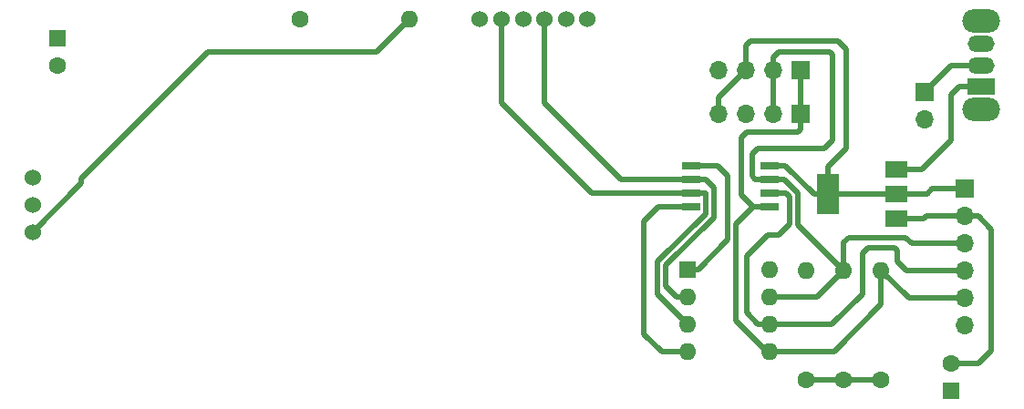
<source format=gbr>
%TF.GenerationSoftware,KiCad,Pcbnew,(5.1.9-0-10_14)*%
%TF.CreationDate,2021-08-25T11:23:16+08:00*%
%TF.ProjectId,v1,76312e6b-6963-4616-945f-706362585858,rev?*%
%TF.SameCoordinates,Original*%
%TF.FileFunction,Copper,L1,Top*%
%TF.FilePolarity,Positive*%
%FSLAX46Y46*%
G04 Gerber Fmt 4.6, Leading zero omitted, Abs format (unit mm)*
G04 Created by KiCad (PCBNEW (5.1.9-0-10_14)) date 2021-08-25 11:23:16*
%MOMM*%
%LPD*%
G01*
G04 APERTURE LIST*
%TA.AperFunction,ComponentPad*%
%ADD10O,1.700000X1.700000*%
%TD*%
%TA.AperFunction,ComponentPad*%
%ADD11R,1.700000X1.700000*%
%TD*%
%TA.AperFunction,ComponentPad*%
%ADD12C,1.524000*%
%TD*%
%TA.AperFunction,ComponentPad*%
%ADD13O,1.600000X1.600000*%
%TD*%
%TA.AperFunction,ComponentPad*%
%ADD14R,1.600000X1.600000*%
%TD*%
%TA.AperFunction,SMDPad,CuDef*%
%ADD15R,1.700000X0.650000*%
%TD*%
%TA.AperFunction,ComponentPad*%
%ADD16O,3.500000X2.200000*%
%TD*%
%TA.AperFunction,ComponentPad*%
%ADD17O,2.500000X1.500000*%
%TD*%
%TA.AperFunction,ComponentPad*%
%ADD18R,2.500000X1.500000*%
%TD*%
%TA.AperFunction,ComponentPad*%
%ADD19C,1.600000*%
%TD*%
%TA.AperFunction,SMDPad,CuDef*%
%ADD20R,2.000000X1.500000*%
%TD*%
%TA.AperFunction,SMDPad,CuDef*%
%ADD21R,2.000000X3.800000*%
%TD*%
%TA.AperFunction,Conductor*%
%ADD22C,0.500000*%
%TD*%
G04 APERTURE END LIST*
D10*
%TO.P,J3,4*%
%TO.N,GND*%
X169630000Y-80000000D03*
%TO.P,J3,3*%
%TO.N,+5V*%
X172170000Y-80000000D03*
%TO.P,J3,2*%
%TO.N,/SCL*%
X174710000Y-80000000D03*
D11*
%TO.P,J3,1*%
%TO.N,/SDA*%
X177250000Y-80000000D03*
%TD*%
D12*
%TO.P,M1,3*%
%TO.N,GND*%
X105960000Y-89920000D03*
%TO.P,M1,2*%
%TO.N,/MISO*%
X105960000Y-92460000D03*
%TO.P,M1,1*%
%TO.N,+5V*%
X105960000Y-95000000D03*
%TD*%
D13*
%TO.P,U4,8*%
%TO.N,+5V*%
X174370000Y-98500000D03*
%TO.P,U4,4*%
%TO.N,GND*%
X166750000Y-106120000D03*
%TO.P,U4,7*%
%TO.N,/SCL*%
X174370000Y-101040000D03*
%TO.P,U4,3*%
%TO.N,/PB4*%
X166750000Y-103580000D03*
%TO.P,U4,6*%
%TO.N,/MISO*%
X174370000Y-103580000D03*
%TO.P,U4,2*%
%TO.N,/PB3*%
X166750000Y-101040000D03*
%TO.P,U4,5*%
%TO.N,/SDA*%
X174370000Y-106120000D03*
D14*
%TO.P,U4,1*%
%TO.N,/RST*%
X166750000Y-98500000D03*
%TD*%
D15*
%TO.P,U3,8*%
%TO.N,+5V*%
X174400000Y-88845000D03*
%TO.P,U3,7*%
%TO.N,/SCL*%
X174400000Y-90115000D03*
%TO.P,U3,6*%
%TO.N,/MISO*%
X174400000Y-91385000D03*
%TO.P,U3,5*%
%TO.N,/SDA*%
X174400000Y-92655000D03*
%TO.P,U3,4*%
%TO.N,GND*%
X167100000Y-92655000D03*
%TO.P,U3,3*%
%TO.N,/PB4*%
X167100000Y-91385000D03*
%TO.P,U3,2*%
%TO.N,/PB3*%
X167100000Y-90115000D03*
%TO.P,U3,1*%
%TO.N,/RST*%
X167100000Y-88845000D03*
%TD*%
D16*
%TO.P,SW1,*%
%TO.N,*%
X194000000Y-75400000D03*
X194000000Y-83600000D03*
D17*
%TO.P,SW1,3*%
%TO.N,N/C*%
X194000000Y-77500000D03*
%TO.P,SW1,2*%
%TO.N,Net-(J1-Pad1)*%
X194000000Y-79500000D03*
D18*
%TO.P,SW1,1*%
%TO.N,Net-(SW1-Pad1)*%
X194000000Y-81500000D03*
%TD*%
D13*
%TO.P,R3,2*%
%TO.N,/RST*%
X177750000Y-98590000D03*
D19*
%TO.P,R3,1*%
%TO.N,+5V*%
X177750000Y-108750000D03*
%TD*%
D13*
%TO.P,R2,2*%
%TO.N,/SDA*%
X184750000Y-98590000D03*
D19*
%TO.P,R2,1*%
%TO.N,+5V*%
X184750000Y-108750000D03*
%TD*%
D13*
%TO.P,R1,2*%
%TO.N,/SCL*%
X181250000Y-98590000D03*
D19*
%TO.P,R1,1*%
%TO.N,+5V*%
X181250000Y-108750000D03*
%TD*%
D10*
%TO.P,J4,4*%
%TO.N,+5V*%
X169630000Y-84000000D03*
%TO.P,J4,3*%
%TO.N,GND*%
X172170000Y-84000000D03*
%TO.P,J4,2*%
%TO.N,/SCL*%
X174710000Y-84000000D03*
D11*
%TO.P,J4,1*%
%TO.N,/SDA*%
X177250000Y-84000000D03*
%TD*%
D12*
%TO.P,M2,6*%
%TO.N,+5V*%
X147500000Y-75250000D03*
%TO.P,M2,5*%
%TO.N,/PB4*%
X149500000Y-75250000D03*
%TO.P,M2,4*%
%TO.N,GND*%
X151500000Y-75250000D03*
%TO.P,M2,3*%
%TO.N,/PB3*%
X153500000Y-75250000D03*
%TO.P,M2,2*%
%TO.N,GND*%
X155500000Y-75250000D03*
%TO.P,M2,1*%
%TO.N,Net-(C2-Pad1)*%
X157500000Y-75250000D03*
%TD*%
D20*
%TO.P,U1,1*%
%TO.N,GND*%
X186150000Y-93800000D03*
%TO.P,U1,3*%
%TO.N,Net-(SW1-Pad1)*%
X186150000Y-89200000D03*
%TO.P,U1,2*%
%TO.N,+5V*%
X186150000Y-91500000D03*
D21*
X179850000Y-91500000D03*
%TD*%
D13*
%TO.P,R4,2*%
%TO.N,+5V*%
X140910000Y-75250000D03*
D19*
%TO.P,R4,1*%
%TO.N,Net-(C2-Pad1)*%
X130750000Y-75250000D03*
%TD*%
D10*
%TO.P,J2,6*%
%TO.N,/RST*%
X192500000Y-103700000D03*
%TO.P,J2,5*%
%TO.N,/SDA*%
X192500000Y-101160000D03*
%TO.P,J2,4*%
%TO.N,/MISO*%
X192500000Y-98620000D03*
%TO.P,J2,3*%
%TO.N,/SCL*%
X192500000Y-96080000D03*
%TO.P,J2,2*%
%TO.N,GND*%
X192500000Y-93540000D03*
D11*
%TO.P,J2,1*%
%TO.N,+5V*%
X192500000Y-91000000D03*
%TD*%
D10*
%TO.P,J1,2*%
%TO.N,GND*%
X188750000Y-84540000D03*
D11*
%TO.P,J1,1*%
%TO.N,Net-(J1-Pad1)*%
X188750000Y-82000000D03*
%TD*%
D19*
%TO.P,C2,2*%
%TO.N,GND*%
X108250000Y-79500000D03*
D14*
%TO.P,C2,1*%
%TO.N,Net-(C2-Pad1)*%
X108250000Y-77000000D03*
%TD*%
D19*
%TO.P,C1,2*%
%TO.N,GND*%
X191250000Y-107250000D03*
D14*
%TO.P,C1,1*%
%TO.N,+5V*%
X191250000Y-109750000D03*
%TD*%
D22*
%TO.N,GND*%
X192500000Y-93540000D02*
X188960000Y-93540000D01*
X188700000Y-93800000D02*
X186150000Y-93800000D01*
X188960000Y-93540000D02*
X188700000Y-93800000D01*
X167100000Y-92655000D02*
X164095000Y-92655000D01*
X164095000Y-92655000D02*
X162750000Y-94000000D01*
X162750000Y-94000000D02*
X162750000Y-104500000D01*
X164370000Y-106120000D02*
X162750000Y-104500000D01*
X166750000Y-106120000D02*
X164370000Y-106120000D01*
X191250000Y-107250000D02*
X193750000Y-107250000D01*
X193750000Y-107250000D02*
X195000000Y-106000000D01*
X195000000Y-106000000D02*
X195000000Y-94750000D01*
X193790000Y-93540000D02*
X192500000Y-93540000D01*
X195000000Y-94750000D02*
X193790000Y-93540000D01*
%TO.N,+5V*%
X179850000Y-91500000D02*
X186150000Y-91500000D01*
X186150000Y-91500000D02*
X189000000Y-91500000D01*
X189500000Y-91000000D02*
X192500000Y-91000000D01*
X189000000Y-91500000D02*
X189500000Y-91000000D01*
X174400000Y-88845000D02*
X175845000Y-88845000D01*
X178500000Y-91500000D02*
X179850000Y-91500000D01*
X175845000Y-88845000D02*
X178500000Y-91500000D01*
X177750000Y-108750000D02*
X184750000Y-108750000D01*
X179750000Y-91400000D02*
X179850000Y-91500000D01*
X105960000Y-95000000D02*
X110460000Y-90500000D01*
X110460000Y-90500000D02*
X110460000Y-90040000D01*
X110460000Y-90040000D02*
X122250000Y-78250000D01*
X137910000Y-78250000D02*
X140910000Y-75250000D01*
X122250000Y-78250000D02*
X137910000Y-78250000D01*
X169630000Y-82540000D02*
X172170000Y-80000000D01*
X169630000Y-84000000D02*
X169630000Y-82540000D01*
X179850000Y-88900000D02*
X179850000Y-91500000D01*
X172170000Y-80000000D02*
X172170000Y-77670000D01*
X172170000Y-77670000D02*
X172590000Y-77250000D01*
X172590000Y-77250000D02*
X180750000Y-77250000D01*
X180750000Y-77250000D02*
X181500000Y-78000000D01*
X181500000Y-87250000D02*
X179850000Y-88900000D01*
X181500000Y-78000000D02*
X181500000Y-87250000D01*
%TO.N,Net-(J1-Pad1)*%
X191250000Y-79500000D02*
X188750000Y-82000000D01*
X194000000Y-79500000D02*
X191250000Y-79500000D01*
%TO.N,/RST*%
X166750000Y-98500000D02*
X167750000Y-98500000D01*
X167750000Y-98500000D02*
X170500000Y-95750000D01*
X170500000Y-95750000D02*
X170500000Y-89750000D01*
X169595000Y-88845000D02*
X167100000Y-88845000D01*
X170500000Y-89750000D02*
X169595000Y-88845000D01*
%TO.N,/SDA*%
X174370000Y-106120000D02*
X180380000Y-106120000D01*
X184750000Y-101750000D02*
X184750000Y-98590000D01*
X180380000Y-106120000D02*
X184750000Y-101750000D01*
X187320000Y-101160000D02*
X184750000Y-98590000D01*
X192500000Y-101160000D02*
X187320000Y-101160000D01*
X174400000Y-92655000D02*
X172845000Y-92655000D01*
X172845000Y-92655000D02*
X171250000Y-94250000D01*
X171250000Y-94250000D02*
X171250000Y-103250000D01*
X174120000Y-106120000D02*
X174370000Y-106120000D01*
X171250000Y-103250000D02*
X174120000Y-106120000D01*
X177250000Y-84000000D02*
X177250000Y-80000000D01*
X171750000Y-91560000D02*
X172845000Y-92655000D01*
X172250000Y-85750000D02*
X171750000Y-86250000D01*
X171750000Y-86250000D02*
X171750000Y-91560000D01*
X177000000Y-85750000D02*
X172250000Y-85750000D01*
X177250000Y-85500000D02*
X177000000Y-85750000D01*
X177250000Y-84000000D02*
X177250000Y-85500000D01*
%TO.N,/MISO*%
X176250000Y-91750000D02*
X175885000Y-91385000D01*
X176250000Y-94250000D02*
X176250000Y-91750000D01*
X175885000Y-91385000D02*
X174400000Y-91385000D01*
X175250000Y-95250000D02*
X176250000Y-94250000D01*
X174250000Y-95250000D02*
X175250000Y-95250000D01*
X172250000Y-97250000D02*
X174250000Y-95250000D01*
X172250000Y-102500000D02*
X172250000Y-97250000D01*
X173330000Y-103580000D02*
X172250000Y-102500000D01*
X174370000Y-103580000D02*
X173330000Y-103580000D01*
X187120000Y-98620000D02*
X189870000Y-98620000D01*
X186250000Y-97750000D02*
X187120000Y-98620000D01*
X186250000Y-96750000D02*
X186250000Y-97750000D01*
X186000000Y-96500000D02*
X186250000Y-96750000D01*
X183000000Y-97000000D02*
X183500000Y-96500000D01*
X189870000Y-98620000D02*
X192500000Y-98620000D01*
X183000000Y-100750000D02*
X183000000Y-97000000D01*
X180170000Y-103580000D02*
X183000000Y-100750000D01*
X183500000Y-96500000D02*
X186000000Y-96500000D01*
X174370000Y-103580000D02*
X180170000Y-103580000D01*
%TO.N,/SCL*%
X178800000Y-101040000D02*
X181250000Y-98590000D01*
X174370000Y-101040000D02*
X178800000Y-101040000D01*
X175750000Y-90115000D02*
X177000000Y-91365000D01*
X174400000Y-90115000D02*
X175750000Y-90115000D01*
X177000000Y-94340000D02*
X181250000Y-98590000D01*
X177000000Y-91365000D02*
X177000000Y-94340000D01*
X174710000Y-80000000D02*
X174710000Y-84000000D01*
X173050000Y-90115000D02*
X174400000Y-90115000D01*
X172750000Y-89815000D02*
X173050000Y-90115000D01*
X172750000Y-87750000D02*
X172750000Y-89815000D01*
X179500000Y-87250000D02*
X173250000Y-87250000D01*
X180250000Y-86500000D02*
X179500000Y-87250000D01*
X180000000Y-78250000D02*
X180250000Y-78500000D01*
X175250000Y-78250000D02*
X180000000Y-78250000D01*
X174710000Y-78790000D02*
X175250000Y-78250000D01*
X173250000Y-87250000D02*
X172750000Y-87750000D01*
X180250000Y-78500000D02*
X180250000Y-86500000D01*
X174710000Y-80000000D02*
X174710000Y-78790000D01*
X181750000Y-95500000D02*
X181250000Y-96000000D01*
X181250000Y-96000000D02*
X181250000Y-98590000D01*
X187000000Y-95500000D02*
X181750000Y-95500000D01*
X187580000Y-96080000D02*
X187000000Y-95500000D01*
X192500000Y-96080000D02*
X187580000Y-96080000D01*
%TO.N,/PB4*%
X167100000Y-91385000D02*
X168450000Y-91385000D01*
X164000000Y-100830000D02*
X166750000Y-103580000D01*
X168450000Y-91385000D02*
X168450000Y-93310035D01*
X168450000Y-93310035D02*
X164000000Y-97760035D01*
X164000000Y-97760035D02*
X164000000Y-100830000D01*
X157885000Y-91385000D02*
X167100000Y-91385000D01*
X149500000Y-83000000D02*
X157885000Y-91385000D01*
X149500000Y-75250000D02*
X149500000Y-83000000D01*
%TO.N,/PB3*%
X164750000Y-100000000D02*
X165790000Y-101040000D01*
X164750000Y-98089998D02*
X164750000Y-100000000D01*
X169200011Y-93639987D02*
X164750000Y-98089998D01*
X169200011Y-90865011D02*
X169200011Y-93639987D01*
X168450000Y-90115000D02*
X169200011Y-90865011D01*
X165790000Y-101040000D02*
X166750000Y-101040000D01*
X167100000Y-90115000D02*
X168450000Y-90115000D01*
X160615000Y-90115000D02*
X167100000Y-90115000D01*
X153500000Y-83000000D02*
X160615000Y-90115000D01*
X153500000Y-75250000D02*
X153500000Y-83000000D01*
%TO.N,Net-(SW1-Pad1)*%
X186150000Y-89200000D02*
X188550000Y-89200000D01*
X188550000Y-89200000D02*
X191250000Y-86500000D01*
X191250000Y-86500000D02*
X191250000Y-82250000D01*
X192000000Y-81500000D02*
X194000000Y-81500000D01*
X191250000Y-82250000D02*
X192000000Y-81500000D01*
%TD*%
M02*

</source>
